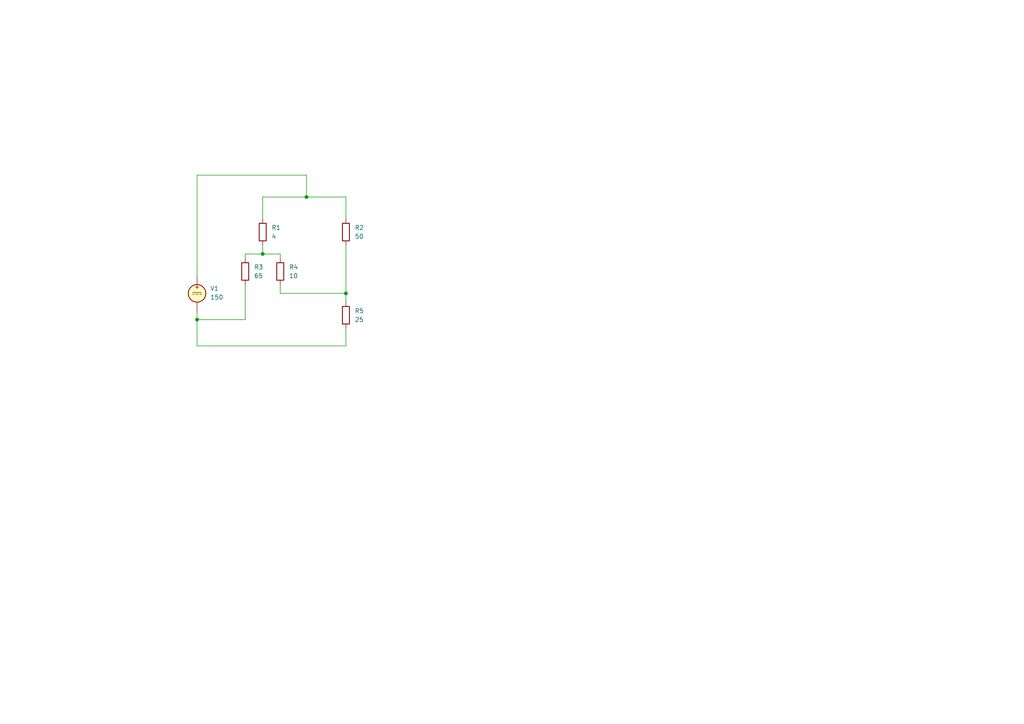
<source format=kicad_sch>
(kicad_sch (version 20230121) (generator eeschema)
  (paper "A4")
  (lib_symbols
    (symbol "Device:R" (pin_numbers hide) (pin_names (offset 0))
      (property "Reference" "R" (at 2.032 0 90))
      (property "Value" "R" (at 0 0 90))
      (symbol "R_0_1"
        (rectangle (start -1.016 -2.54) (end 1.016 2.54) (stroke (width 0.254)))
      )
      (symbol "R_1_1"
        (pin passive line (at 0 3.81 270) (length 1.27) (name "~") (number "1"))
        (pin passive line (at 0 -3.81 90) (length 1.27) (name "~") (number "2"))
      )
    )
    (symbol "Simulation_SPICE:VDC" (pin_numbers hide) (pin_names (offset 0.0254))
      (property "Reference" "V" (at 2.54 2.54 0))
      (property "Value" "1" (at 2.54 0 0))
      (symbol "VDC_0_0"
        (polyline (pts (xy -1.27 0.254) (xy 1.27 0.254)))
        (polyline (pts (xy -0.762 -0.254) (xy -1.27 -0.254)))
        (polyline (pts (xy 0.254 -0.254) (xy -0.254 -0.254)))
        (polyline (pts (xy 1.27 -0.254) (xy 0.762 -0.254)))
        (text "+" (at 0 1.905 0) (effects (font (size 1.27 1.27))))
      )
      (symbol "VDC_0_1"
        (circle (center 0 0) (radius 2.54) (stroke (width 0.254)) (fill (type background)))
      )
      (symbol "VDC_1_1"
        (pin passive line (at 0 5.08 270) (length 2.54) (name "~") (number "1"))
        (pin passive line (at 0 -5.08 90) (length 2.54) (name "~") (number "2"))
      )
    )
  )
  (junction (at 57.15 92.71))
  (junction (at 88.9 57.15))
  (junction (at 76.2 73.66))
  (junction (at 100.33 85.09))
  (wire (pts (xy 81.28 73.66) (xy 81.28 74.93)))
  (wire (pts (xy 57.15 92.71) (xy 57.15 100.33)))
  (wire (pts (xy 57.15 92.71) (xy 71.12 92.71)))
  (wire (pts (xy 57.15 90.17) (xy 57.15 92.71)))
  (wire (pts (xy 88.9 57.15) (xy 88.9 50.8)))
  (wire (pts (xy 76.2 57.15) (xy 88.9 57.15)))
  (wire (pts (xy 88.9 50.8) (xy 57.15 50.8)))
  (wire (pts (xy 81.28 85.09) (xy 100.33 85.09)))
  (wire (pts (xy 71.12 82.55) (xy 71.12 92.71)))
  (wire (pts (xy 100.33 95.25) (xy 100.33 100.33)))
  (wire (pts (xy 76.2 73.66) (xy 81.28 73.66)))
  (wire (pts (xy 76.2 63.5) (xy 76.2 57.15)))
  (wire (pts (xy 71.12 74.93) (xy 71.12 73.66)))
  (wire (pts (xy 88.9 57.15) (xy 100.33 57.15)))
  (wire (pts (xy 81.28 82.55) (xy 81.28 85.09)))
  (wire (pts (xy 76.2 73.66) (xy 76.2 71.12)))
  (wire (pts (xy 57.15 100.33) (xy 100.33 100.33)))
  (wire (pts (xy 100.33 71.12) (xy 100.33 85.09)))
  (wire (pts (xy 71.12 73.66) (xy 76.2 73.66)))
  (wire (pts (xy 100.33 57.15) (xy 100.33 63.5)))
  (wire (pts (xy 57.15 50.8) (xy 57.15 80.01)))
  (wire (pts (xy 100.33 85.09) (xy 100.33 87.63)))
  (symbol (lib_id "Device:R") (at 81.28 78.74 0) (unit 1)
    (property "Reference" "R4" (at 83.82 77.47 0) (effects (justify left)))
    (property "Value" "10" (at 83.82 80.01 0) (effects (justify left)))
  )
  (symbol (lib_id "Simulation_SPICE:VDC") (at 57.15 85.09 0) (unit 1)
    (property "Reference" "V1" (at 60.96 83.6902 0) (effects (justify left)))
    (property "Value" "150" (at 60.96 86.2302 0) (effects (justify left)))
    (property "Sim.Pins" "1=+ 2=-" (effects hide))
    (property "Sim.Type" "DC" (effects hide))
    (property "Sim.Device" "V" (effects hide))
  )
  (symbol (lib_id "Device:R") (at 100.33 67.31 0) (unit 1)
    (property "Reference" "R2" (at 102.87 66.04 0) (effects (justify left)))
    (property "Value" "50" (at 102.87 68.58 0) (effects (justify left)))
  )
  (symbol (lib_id "Device:R") (at 76.2 67.31 0) (unit 1)
    (property "Reference" "R1" (at 78.74 66.04 0) (effects (justify left)))
    (property "Value" "4" (at 78.74 68.58 0) (effects (justify left)))
  )
  (symbol (lib_id "Device:R") (at 100.33 91.44 0) (unit 1)
    (property "Reference" "R5" (at 102.87 90.17 0) (effects (justify left)))
    (property "Value" "25" (at 102.87 92.71 0) (effects (justify left)))
  )
  (symbol (lib_id "Device:R") (at 71.12 78.74 0) (unit 1)
    (property "Reference" "R3" (at 73.66 77.47 0) (effects (justify left)))
    (property "Value" "65" (at 73.66 80.01 0) (effects (justify left)))
  )
)
</source>
